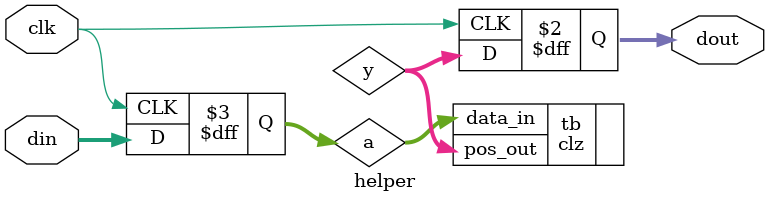
<source format=v>
module helper(
    input clk,
    input[31:0] din,
    output reg[5:0] dout
);

reg[31:0] a;
wire[5:0] y;

clz tb(
    .data_in(a),
    .pos_out(y)
);

always @(posedge clk)
begin
    a <= din;
    dout <= y;
end

endmodule

</source>
